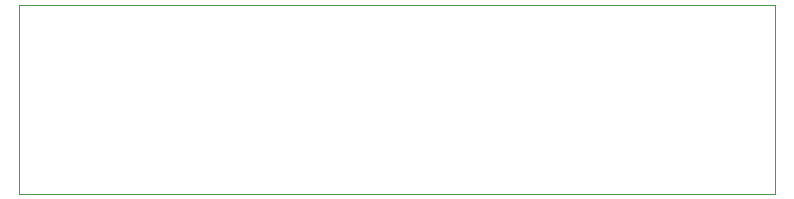
<source format=gm1>
%TF.GenerationSoftware,KiCad,Pcbnew,5.99.0+really5.1.10+dfsg1-1*%
%TF.CreationDate,2022-02-16T19:45:23+00:00*%
%TF.ProjectId,mayor,6d61796f-722e-46b6-9963-61645f706362,rev?*%
%TF.SameCoordinates,Original*%
%TF.FileFunction,Profile,NP*%
%FSLAX46Y46*%
G04 Gerber Fmt 4.6, Leading zero omitted, Abs format (unit mm)*
G04 Created by KiCad (PCBNEW 5.99.0+really5.1.10+dfsg1-1) date 2022-02-16 19:45:23*
%MOMM*%
%LPD*%
G01*
G04 APERTURE LIST*
%TA.AperFunction,Profile*%
%ADD10C,0.050000*%
%TD*%
G04 APERTURE END LIST*
D10*
X79000000Y-106000000D02*
X79000000Y-90000000D01*
X143000000Y-106000000D02*
X79000000Y-106000000D01*
X143000000Y-90000000D02*
X143000000Y-106000000D01*
X79000000Y-90000000D02*
X143000000Y-90000000D01*
M02*

</source>
